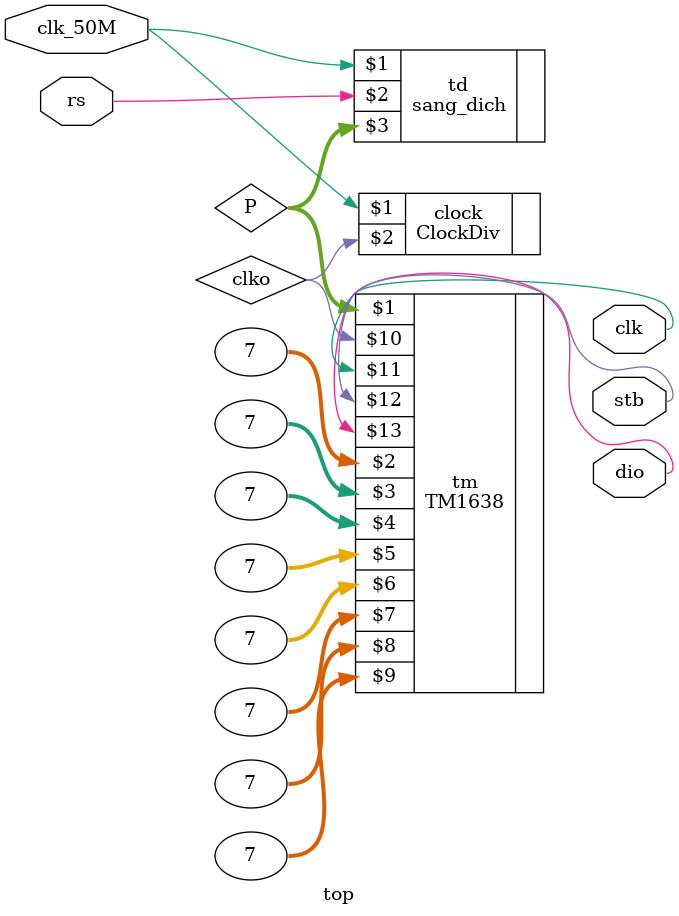
<source format=v>
`timescale 1ns / 1ps
module top(input clk_50M, input rs,
 output wire clk,
    output wire stb,
    output wire dio
    );

wire clko;
wire [7:0] P;

ClockDiv clock (clk_50M, clko) ;
sang_dich td(clk_50M,rs ,P);
 
TM1638 tm (P,7,7,7,7,7,7,7,7,clko,clk,stb,dio);	
endmodule


</source>
